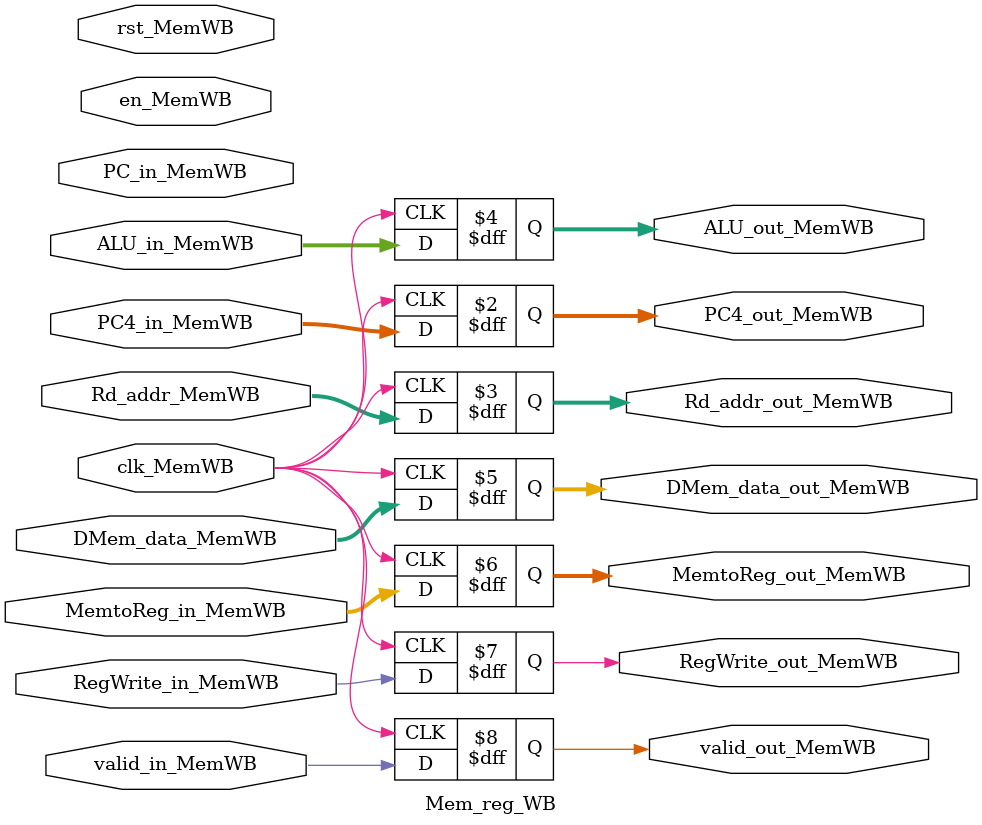
<source format=v>
`timescale 1ns / 1ps


module Mem_reg_WB(
 input clk_MemWB,
  input rst_MemWB,
  input en_MemWB,
  input[31:0] PC_in_MemWB,
  input [31:0]PC4_in_MemWB,
  input [4:0]Rd_addr_MemWB,
  input [31:0]ALU_in_MemWB,
  input [31:0]DMem_data_MemWB,
  input [1:0]MemtoReg_in_MemWB,
  input RegWrite_in_MemWB,
  input valid_in_MemWB,
  output reg [31:0]PC4_out_MemWB,
  output  reg [4:0]Rd_addr_out_MemWB,
  output reg [31:0]ALU_out_MemWB,
  output reg [31:0]DMem_data_out_MemWB,
  output  reg [1:0]MemtoReg_out_MemWB,
  output reg RegWrite_out_MemWB,
  output reg valid_out_MemWB
    );
    always @ (posedge clk_MemWB) begin
    PC4_out_MemWB<=PC4_in_MemWB;
    Rd_addr_out_MemWB<=Rd_addr_MemWB;
    ALU_out_MemWB<=ALU_in_MemWB;
    DMem_data_out_MemWB<=DMem_data_MemWB;
    MemtoReg_out_MemWB<=MemtoReg_in_MemWB;
    RegWrite_out_MemWB<=RegWrite_in_MemWB;
    valid_out_MemWB<=valid_in_MemWB;
    end
endmodule

</source>
